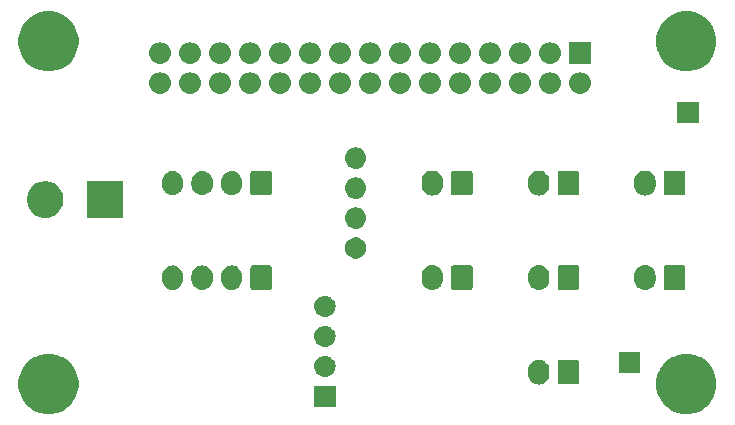
<source format=gbs>
G04 #@! TF.GenerationSoftware,KiCad,Pcbnew,(5.1.0)-1*
G04 #@! TF.CreationDate,2019-10-14T12:16:32+08:00*
G04 #@! TF.ProjectId,RibbonCable_MB_BreakdownBoard,52696262-6f6e-4436-9162-6c655f4d425f,rev?*
G04 #@! TF.SameCoordinates,Original*
G04 #@! TF.FileFunction,Soldermask,Bot*
G04 #@! TF.FilePolarity,Negative*
%FSLAX46Y46*%
G04 Gerber Fmt 4.6, Leading zero omitted, Abs format (unit mm)*
G04 Created by KiCad (PCBNEW (5.1.0)-1) date 2019-10-14 12:16:32*
%MOMM*%
%LPD*%
G04 APERTURE LIST*
%ADD10C,0.150000*%
G04 APERTURE END LIST*
D10*
G36*
X163744098Y-99547033D02*
G01*
X164074906Y-99684058D01*
X164208352Y-99739333D01*
X164626168Y-100018509D01*
X164981491Y-100373832D01*
X165197510Y-100697127D01*
X165260668Y-100791650D01*
X165452967Y-101255902D01*
X165551000Y-101748747D01*
X165551000Y-102251253D01*
X165452967Y-102744098D01*
X165260668Y-103208350D01*
X165260667Y-103208352D01*
X164981491Y-103626168D01*
X164626168Y-103981491D01*
X164208352Y-104260667D01*
X164208351Y-104260668D01*
X164208350Y-104260668D01*
X163744098Y-104452967D01*
X163251253Y-104551000D01*
X162748747Y-104551000D01*
X162255902Y-104452967D01*
X161791650Y-104260668D01*
X161791649Y-104260668D01*
X161791648Y-104260667D01*
X161373832Y-103981491D01*
X161018509Y-103626168D01*
X160739333Y-103208352D01*
X160739332Y-103208350D01*
X160547033Y-102744098D01*
X160449000Y-102251253D01*
X160449000Y-101748747D01*
X160547033Y-101255902D01*
X160739332Y-100791650D01*
X160802490Y-100697127D01*
X161018509Y-100373832D01*
X161373832Y-100018509D01*
X161791648Y-99739333D01*
X161925094Y-99684058D01*
X162255902Y-99547033D01*
X162748747Y-99449000D01*
X163251253Y-99449000D01*
X163744098Y-99547033D01*
X163744098Y-99547033D01*
G37*
G36*
X109744098Y-99547033D02*
G01*
X110074906Y-99684058D01*
X110208352Y-99739333D01*
X110626168Y-100018509D01*
X110981491Y-100373832D01*
X111197510Y-100697127D01*
X111260668Y-100791650D01*
X111452967Y-101255902D01*
X111551000Y-101748747D01*
X111551000Y-102251253D01*
X111452967Y-102744098D01*
X111260668Y-103208350D01*
X111260667Y-103208352D01*
X110981491Y-103626168D01*
X110626168Y-103981491D01*
X110208352Y-104260667D01*
X110208351Y-104260668D01*
X110208350Y-104260668D01*
X109744098Y-104452967D01*
X109251253Y-104551000D01*
X108748747Y-104551000D01*
X108255902Y-104452967D01*
X107791650Y-104260668D01*
X107791649Y-104260668D01*
X107791648Y-104260667D01*
X107373832Y-103981491D01*
X107018509Y-103626168D01*
X106739333Y-103208352D01*
X106739332Y-103208350D01*
X106547033Y-102744098D01*
X106449000Y-102251253D01*
X106449000Y-101748747D01*
X106547033Y-101255902D01*
X106739332Y-100791650D01*
X106802490Y-100697127D01*
X107018509Y-100373832D01*
X107373832Y-100018509D01*
X107791648Y-99739333D01*
X107925094Y-99684058D01*
X108255902Y-99547033D01*
X108748747Y-99449000D01*
X109251253Y-99449000D01*
X109744098Y-99547033D01*
X109744098Y-99547033D01*
G37*
G36*
X133298500Y-103961500D02*
G01*
X131496500Y-103961500D01*
X131496500Y-102159500D01*
X133298500Y-102159500D01*
X133298500Y-103961500D01*
X133298500Y-103961500D01*
G37*
G36*
X150676627Y-99962037D02*
G01*
X150846466Y-100013557D01*
X150846468Y-100013558D01*
X150870899Y-100026617D01*
X151002991Y-100097222D01*
X151038729Y-100126552D01*
X151140186Y-100209814D01*
X151223448Y-100311271D01*
X151252778Y-100347009D01*
X151336443Y-100503534D01*
X151387963Y-100673374D01*
X151401000Y-100805743D01*
X151401000Y-101194258D01*
X151387963Y-101326627D01*
X151336443Y-101496466D01*
X151252778Y-101652991D01*
X151223448Y-101688729D01*
X151140186Y-101790186D01*
X151002989Y-101902779D01*
X150846467Y-101986442D01*
X150846465Y-101986443D01*
X150676626Y-102037963D01*
X150500000Y-102055359D01*
X150323373Y-102037963D01*
X150153534Y-101986443D01*
X149997009Y-101902778D01*
X149954750Y-101868097D01*
X149859814Y-101790186D01*
X149747221Y-101652989D01*
X149663558Y-101496467D01*
X149621234Y-101356943D01*
X149612037Y-101326626D01*
X149599000Y-101194257D01*
X149599000Y-100805742D01*
X149612037Y-100673373D01*
X149663557Y-100503534D01*
X149747222Y-100347009D01*
X149859815Y-100209815D01*
X149997010Y-100097222D01*
X150129102Y-100026617D01*
X150153533Y-100013558D01*
X150153535Y-100013557D01*
X150323374Y-99962037D01*
X150500000Y-99944641D01*
X150676627Y-99962037D01*
X150676627Y-99962037D01*
G37*
G36*
X153758600Y-99952989D02*
G01*
X153791652Y-99963015D01*
X153822103Y-99979292D01*
X153848799Y-100001201D01*
X153870708Y-100027897D01*
X153886985Y-100058348D01*
X153897011Y-100091400D01*
X153901000Y-100131903D01*
X153901000Y-101868097D01*
X153897011Y-101908600D01*
X153886985Y-101941652D01*
X153870708Y-101972103D01*
X153848799Y-101998799D01*
X153822103Y-102020708D01*
X153791652Y-102036985D01*
X153758600Y-102047011D01*
X153718097Y-102051000D01*
X152281903Y-102051000D01*
X152241400Y-102047011D01*
X152208348Y-102036985D01*
X152177897Y-102020708D01*
X152151201Y-101998799D01*
X152129292Y-101972103D01*
X152113015Y-101941652D01*
X152102989Y-101908600D01*
X152099000Y-101868097D01*
X152099000Y-100131903D01*
X152102989Y-100091400D01*
X152113015Y-100058348D01*
X152129292Y-100027897D01*
X152151201Y-100001201D01*
X152177897Y-99979292D01*
X152208348Y-99963015D01*
X152241400Y-99952989D01*
X152281903Y-99949000D01*
X153718097Y-99949000D01*
X153758600Y-99952989D01*
X153758600Y-99952989D01*
G37*
G36*
X132507942Y-99626018D02*
G01*
X132574127Y-99632537D01*
X132743966Y-99684057D01*
X132900491Y-99767722D01*
X132936229Y-99797052D01*
X133037686Y-99880314D01*
X133098233Y-99954092D01*
X133150278Y-100017509D01*
X133233943Y-100174034D01*
X133285463Y-100343873D01*
X133302859Y-100520500D01*
X133285463Y-100697127D01*
X133233943Y-100866966D01*
X133150278Y-101023491D01*
X133120948Y-101059229D01*
X133037686Y-101160686D01*
X132936229Y-101243948D01*
X132900491Y-101273278D01*
X132743966Y-101356943D01*
X132574127Y-101408463D01*
X132507942Y-101414982D01*
X132441760Y-101421500D01*
X132353240Y-101421500D01*
X132287058Y-101414982D01*
X132220873Y-101408463D01*
X132051034Y-101356943D01*
X131894509Y-101273278D01*
X131858771Y-101243948D01*
X131757314Y-101160686D01*
X131674052Y-101059229D01*
X131644722Y-101023491D01*
X131561057Y-100866966D01*
X131509537Y-100697127D01*
X131492141Y-100520500D01*
X131509537Y-100343873D01*
X131561057Y-100174034D01*
X131644722Y-100017509D01*
X131696767Y-99954092D01*
X131757314Y-99880314D01*
X131858771Y-99797052D01*
X131894509Y-99767722D01*
X132051034Y-99684057D01*
X132220873Y-99632537D01*
X132287058Y-99626018D01*
X132353240Y-99619500D01*
X132441760Y-99619500D01*
X132507942Y-99626018D01*
X132507942Y-99626018D01*
G37*
G36*
X159079500Y-101104000D02*
G01*
X157277500Y-101104000D01*
X157277500Y-99302000D01*
X159079500Y-99302000D01*
X159079500Y-101104000D01*
X159079500Y-101104000D01*
G37*
G36*
X132507943Y-97086019D02*
G01*
X132574127Y-97092537D01*
X132743966Y-97144057D01*
X132900491Y-97227722D01*
X132936229Y-97257052D01*
X133037686Y-97340314D01*
X133120948Y-97441771D01*
X133150278Y-97477509D01*
X133233943Y-97634034D01*
X133285463Y-97803873D01*
X133302859Y-97980500D01*
X133285463Y-98157127D01*
X133233943Y-98326966D01*
X133150278Y-98483491D01*
X133120948Y-98519229D01*
X133037686Y-98620686D01*
X132936229Y-98703948D01*
X132900491Y-98733278D01*
X132743966Y-98816943D01*
X132574127Y-98868463D01*
X132507943Y-98874981D01*
X132441760Y-98881500D01*
X132353240Y-98881500D01*
X132287057Y-98874981D01*
X132220873Y-98868463D01*
X132051034Y-98816943D01*
X131894509Y-98733278D01*
X131858771Y-98703948D01*
X131757314Y-98620686D01*
X131674052Y-98519229D01*
X131644722Y-98483491D01*
X131561057Y-98326966D01*
X131509537Y-98157127D01*
X131492141Y-97980500D01*
X131509537Y-97803873D01*
X131561057Y-97634034D01*
X131644722Y-97477509D01*
X131674052Y-97441771D01*
X131757314Y-97340314D01*
X131858771Y-97257052D01*
X131894509Y-97227722D01*
X132051034Y-97144057D01*
X132220873Y-97092537D01*
X132287057Y-97086019D01*
X132353240Y-97079500D01*
X132441760Y-97079500D01*
X132507943Y-97086019D01*
X132507943Y-97086019D01*
G37*
G36*
X132507942Y-94546018D02*
G01*
X132574127Y-94552537D01*
X132743966Y-94604057D01*
X132900491Y-94687722D01*
X132936229Y-94717052D01*
X133037686Y-94800314D01*
X133120948Y-94901771D01*
X133150278Y-94937509D01*
X133233943Y-95094034D01*
X133285463Y-95263873D01*
X133302859Y-95440500D01*
X133285463Y-95617127D01*
X133233943Y-95786966D01*
X133150278Y-95943491D01*
X133120948Y-95979229D01*
X133037686Y-96080686D01*
X132936229Y-96163948D01*
X132900491Y-96193278D01*
X132743966Y-96276943D01*
X132574127Y-96328463D01*
X132507942Y-96334982D01*
X132441760Y-96341500D01*
X132353240Y-96341500D01*
X132287057Y-96334981D01*
X132220873Y-96328463D01*
X132051034Y-96276943D01*
X131894509Y-96193278D01*
X131858771Y-96163948D01*
X131757314Y-96080686D01*
X131674052Y-95979229D01*
X131644722Y-95943491D01*
X131561057Y-95786966D01*
X131509537Y-95617127D01*
X131492141Y-95440500D01*
X131509537Y-95263873D01*
X131561057Y-95094034D01*
X131644722Y-94937509D01*
X131674052Y-94901771D01*
X131757314Y-94800314D01*
X131858771Y-94717052D01*
X131894509Y-94687722D01*
X132051034Y-94604057D01*
X132220873Y-94552537D01*
X132287057Y-94546019D01*
X132353240Y-94539500D01*
X132441760Y-94539500D01*
X132507942Y-94546018D01*
X132507942Y-94546018D01*
G37*
G36*
X159676627Y-91962037D02*
G01*
X159846466Y-92013557D01*
X160002991Y-92097222D01*
X160026359Y-92116400D01*
X160140186Y-92209814D01*
X160223448Y-92311271D01*
X160252778Y-92347009D01*
X160336443Y-92503534D01*
X160387963Y-92673374D01*
X160401000Y-92805743D01*
X160401000Y-93194258D01*
X160387963Y-93326627D01*
X160336443Y-93496466D01*
X160252778Y-93652991D01*
X160223448Y-93688729D01*
X160140186Y-93790186D01*
X160002989Y-93902779D01*
X159870120Y-93973799D01*
X159846465Y-93986443D01*
X159676626Y-94037963D01*
X159500000Y-94055359D01*
X159323373Y-94037963D01*
X159153534Y-93986443D01*
X158997009Y-93902778D01*
X158947822Y-93862411D01*
X158859814Y-93790186D01*
X158747221Y-93652989D01*
X158663558Y-93496467D01*
X158663557Y-93496465D01*
X158612037Y-93326626D01*
X158599000Y-93194257D01*
X158599000Y-92805742D01*
X158612037Y-92673373D01*
X158663557Y-92503534D01*
X158747222Y-92347009D01*
X158859815Y-92209815D01*
X158997010Y-92097222D01*
X159153535Y-92013557D01*
X159323374Y-91962037D01*
X159500000Y-91944641D01*
X159676627Y-91962037D01*
X159676627Y-91962037D01*
G37*
G36*
X141676627Y-91962037D02*
G01*
X141846466Y-92013557D01*
X142002991Y-92097222D01*
X142026359Y-92116400D01*
X142140186Y-92209814D01*
X142223448Y-92311271D01*
X142252778Y-92347009D01*
X142336443Y-92503534D01*
X142387963Y-92673374D01*
X142401000Y-92805743D01*
X142401000Y-93194258D01*
X142387963Y-93326627D01*
X142336443Y-93496466D01*
X142252778Y-93652991D01*
X142223448Y-93688729D01*
X142140186Y-93790186D01*
X142002989Y-93902779D01*
X141870120Y-93973799D01*
X141846465Y-93986443D01*
X141676626Y-94037963D01*
X141500000Y-94055359D01*
X141323373Y-94037963D01*
X141153534Y-93986443D01*
X140997009Y-93902778D01*
X140947822Y-93862411D01*
X140859814Y-93790186D01*
X140747221Y-93652989D01*
X140663558Y-93496467D01*
X140663557Y-93496465D01*
X140612037Y-93326626D01*
X140599000Y-93194257D01*
X140599000Y-92805742D01*
X140612037Y-92673373D01*
X140663557Y-92503534D01*
X140747222Y-92347009D01*
X140859815Y-92209815D01*
X140997010Y-92097222D01*
X141153535Y-92013557D01*
X141323374Y-91962037D01*
X141500000Y-91944641D01*
X141676627Y-91962037D01*
X141676627Y-91962037D01*
G37*
G36*
X150676627Y-91962037D02*
G01*
X150846466Y-92013557D01*
X151002991Y-92097222D01*
X151026359Y-92116400D01*
X151140186Y-92209814D01*
X151223448Y-92311271D01*
X151252778Y-92347009D01*
X151336443Y-92503534D01*
X151387963Y-92673374D01*
X151401000Y-92805743D01*
X151401000Y-93194258D01*
X151387963Y-93326627D01*
X151336443Y-93496466D01*
X151252778Y-93652991D01*
X151223448Y-93688729D01*
X151140186Y-93790186D01*
X151002989Y-93902779D01*
X150870120Y-93973799D01*
X150846465Y-93986443D01*
X150676626Y-94037963D01*
X150500000Y-94055359D01*
X150323373Y-94037963D01*
X150153534Y-93986443D01*
X149997009Y-93902778D01*
X149947822Y-93862411D01*
X149859814Y-93790186D01*
X149747221Y-93652989D01*
X149663558Y-93496467D01*
X149663557Y-93496465D01*
X149612037Y-93326626D01*
X149599000Y-93194257D01*
X149599000Y-92805742D01*
X149612037Y-92673373D01*
X149663557Y-92503534D01*
X149747222Y-92347009D01*
X149859815Y-92209815D01*
X149997010Y-92097222D01*
X150153535Y-92013557D01*
X150323374Y-91962037D01*
X150500000Y-91944641D01*
X150676627Y-91962037D01*
X150676627Y-91962037D01*
G37*
G36*
X144758600Y-91952989D02*
G01*
X144791652Y-91963015D01*
X144822103Y-91979292D01*
X144848799Y-92001201D01*
X144870708Y-92027897D01*
X144886985Y-92058348D01*
X144897011Y-92091400D01*
X144901000Y-92131903D01*
X144901000Y-93868097D01*
X144897011Y-93908600D01*
X144886985Y-93941652D01*
X144870708Y-93972103D01*
X144848799Y-93998799D01*
X144822103Y-94020708D01*
X144791652Y-94036985D01*
X144758600Y-94047011D01*
X144718097Y-94051000D01*
X143281903Y-94051000D01*
X143241400Y-94047011D01*
X143208348Y-94036985D01*
X143177897Y-94020708D01*
X143151201Y-93998799D01*
X143129292Y-93972103D01*
X143113015Y-93941652D01*
X143102989Y-93908600D01*
X143099000Y-93868097D01*
X143099000Y-92131903D01*
X143102989Y-92091400D01*
X143113015Y-92058348D01*
X143129292Y-92027897D01*
X143151201Y-92001201D01*
X143177897Y-91979292D01*
X143208348Y-91963015D01*
X143241400Y-91952989D01*
X143281903Y-91949000D01*
X144718097Y-91949000D01*
X144758600Y-91952989D01*
X144758600Y-91952989D01*
G37*
G36*
X153758600Y-91952989D02*
G01*
X153791652Y-91963015D01*
X153822103Y-91979292D01*
X153848799Y-92001201D01*
X153870708Y-92027897D01*
X153886985Y-92058348D01*
X153897011Y-92091400D01*
X153901000Y-92131903D01*
X153901000Y-93868097D01*
X153897011Y-93908600D01*
X153886985Y-93941652D01*
X153870708Y-93972103D01*
X153848799Y-93998799D01*
X153822103Y-94020708D01*
X153791652Y-94036985D01*
X153758600Y-94047011D01*
X153718097Y-94051000D01*
X152281903Y-94051000D01*
X152241400Y-94047011D01*
X152208348Y-94036985D01*
X152177897Y-94020708D01*
X152151201Y-93998799D01*
X152129292Y-93972103D01*
X152113015Y-93941652D01*
X152102989Y-93908600D01*
X152099000Y-93868097D01*
X152099000Y-92131903D01*
X152102989Y-92091400D01*
X152113015Y-92058348D01*
X152129292Y-92027897D01*
X152151201Y-92001201D01*
X152177897Y-91979292D01*
X152208348Y-91963015D01*
X152241400Y-91952989D01*
X152281903Y-91949000D01*
X153718097Y-91949000D01*
X153758600Y-91952989D01*
X153758600Y-91952989D01*
G37*
G36*
X162758600Y-91952989D02*
G01*
X162791652Y-91963015D01*
X162822103Y-91979292D01*
X162848799Y-92001201D01*
X162870708Y-92027897D01*
X162886985Y-92058348D01*
X162897011Y-92091400D01*
X162901000Y-92131903D01*
X162901000Y-93868097D01*
X162897011Y-93908600D01*
X162886985Y-93941652D01*
X162870708Y-93972103D01*
X162848799Y-93998799D01*
X162822103Y-94020708D01*
X162791652Y-94036985D01*
X162758600Y-94047011D01*
X162718097Y-94051000D01*
X161281903Y-94051000D01*
X161241400Y-94047011D01*
X161208348Y-94036985D01*
X161177897Y-94020708D01*
X161151201Y-93998799D01*
X161129292Y-93972103D01*
X161113015Y-93941652D01*
X161102989Y-93908600D01*
X161099000Y-93868097D01*
X161099000Y-92131903D01*
X161102989Y-92091400D01*
X161113015Y-92058348D01*
X161129292Y-92027897D01*
X161151201Y-92001201D01*
X161177897Y-91979292D01*
X161208348Y-91963015D01*
X161241400Y-91952989D01*
X161281903Y-91949000D01*
X162718097Y-91949000D01*
X162758600Y-91952989D01*
X162758600Y-91952989D01*
G37*
G36*
X122176627Y-91987037D02*
G01*
X122346466Y-92038557D01*
X122502991Y-92122222D01*
X122538729Y-92151552D01*
X122640186Y-92234814D01*
X122723448Y-92336271D01*
X122752778Y-92372009D01*
X122836443Y-92528534D01*
X122887963Y-92698374D01*
X122887963Y-92698376D01*
X122898538Y-92805740D01*
X122901000Y-92830743D01*
X122901000Y-93169258D01*
X122887963Y-93301627D01*
X122836443Y-93471466D01*
X122752778Y-93627991D01*
X122732262Y-93652990D01*
X122640186Y-93765186D01*
X122502989Y-93877779D01*
X122346467Y-93961442D01*
X122346465Y-93961443D01*
X122176626Y-94012963D01*
X122000000Y-94030359D01*
X121823373Y-94012963D01*
X121653534Y-93961443D01*
X121497009Y-93877778D01*
X121448173Y-93837699D01*
X121359814Y-93765186D01*
X121247221Y-93627989D01*
X121163558Y-93471467D01*
X121163557Y-93471465D01*
X121112037Y-93301626D01*
X121105518Y-93235441D01*
X121099000Y-93169259D01*
X121099000Y-92830740D01*
X121112037Y-92698375D01*
X121112037Y-92698373D01*
X121163557Y-92528534D01*
X121247222Y-92372009D01*
X121359815Y-92234815D01*
X121497010Y-92122222D01*
X121653535Y-92038557D01*
X121823374Y-91987037D01*
X122000000Y-91969641D01*
X122176627Y-91987037D01*
X122176627Y-91987037D01*
G37*
G36*
X119676627Y-91987037D02*
G01*
X119846466Y-92038557D01*
X120002991Y-92122222D01*
X120038729Y-92151552D01*
X120140186Y-92234814D01*
X120223448Y-92336271D01*
X120252778Y-92372009D01*
X120336443Y-92528534D01*
X120387963Y-92698374D01*
X120387963Y-92698376D01*
X120398538Y-92805740D01*
X120401000Y-92830743D01*
X120401000Y-93169258D01*
X120387963Y-93301627D01*
X120336443Y-93471466D01*
X120252778Y-93627991D01*
X120232262Y-93652990D01*
X120140186Y-93765186D01*
X120002989Y-93877779D01*
X119846467Y-93961442D01*
X119846465Y-93961443D01*
X119676626Y-94012963D01*
X119500000Y-94030359D01*
X119323373Y-94012963D01*
X119153534Y-93961443D01*
X118997009Y-93877778D01*
X118948173Y-93837699D01*
X118859814Y-93765186D01*
X118747221Y-93627989D01*
X118663558Y-93471467D01*
X118663557Y-93471465D01*
X118612037Y-93301626D01*
X118605518Y-93235441D01*
X118599000Y-93169259D01*
X118599000Y-92830740D01*
X118612037Y-92698375D01*
X118612037Y-92698373D01*
X118663557Y-92528534D01*
X118747222Y-92372009D01*
X118859815Y-92234815D01*
X118997010Y-92122222D01*
X119153535Y-92038557D01*
X119323374Y-91987037D01*
X119500000Y-91969641D01*
X119676627Y-91987037D01*
X119676627Y-91987037D01*
G37*
G36*
X124676627Y-91987037D02*
G01*
X124846466Y-92038557D01*
X125002991Y-92122222D01*
X125038729Y-92151552D01*
X125140186Y-92234814D01*
X125223448Y-92336271D01*
X125252778Y-92372009D01*
X125336443Y-92528534D01*
X125387963Y-92698374D01*
X125387963Y-92698376D01*
X125398538Y-92805740D01*
X125401000Y-92830743D01*
X125401000Y-93169258D01*
X125387963Y-93301627D01*
X125336443Y-93471466D01*
X125252778Y-93627991D01*
X125232262Y-93652990D01*
X125140186Y-93765186D01*
X125002989Y-93877779D01*
X124846467Y-93961442D01*
X124846465Y-93961443D01*
X124676626Y-94012963D01*
X124500000Y-94030359D01*
X124323373Y-94012963D01*
X124153534Y-93961443D01*
X123997009Y-93877778D01*
X123948173Y-93837699D01*
X123859814Y-93765186D01*
X123747221Y-93627989D01*
X123663558Y-93471467D01*
X123663557Y-93471465D01*
X123612037Y-93301626D01*
X123605518Y-93235441D01*
X123599000Y-93169259D01*
X123599000Y-92830740D01*
X123612037Y-92698375D01*
X123612037Y-92698373D01*
X123663557Y-92528534D01*
X123747222Y-92372009D01*
X123859815Y-92234815D01*
X123997010Y-92122222D01*
X124153535Y-92038557D01*
X124323374Y-91987037D01*
X124500000Y-91969641D01*
X124676627Y-91987037D01*
X124676627Y-91987037D01*
G37*
G36*
X127758600Y-91977989D02*
G01*
X127791652Y-91988015D01*
X127822103Y-92004292D01*
X127848799Y-92026201D01*
X127870708Y-92052897D01*
X127886985Y-92083348D01*
X127897011Y-92116400D01*
X127901000Y-92156903D01*
X127901000Y-93843097D01*
X127897011Y-93883600D01*
X127886985Y-93916652D01*
X127870708Y-93947103D01*
X127848799Y-93973799D01*
X127822103Y-93995708D01*
X127791652Y-94011985D01*
X127758600Y-94022011D01*
X127718097Y-94026000D01*
X126281903Y-94026000D01*
X126241400Y-94022011D01*
X126208348Y-94011985D01*
X126177897Y-93995708D01*
X126151201Y-93973799D01*
X126129292Y-93947103D01*
X126113015Y-93916652D01*
X126102989Y-93883600D01*
X126099000Y-93843097D01*
X126099000Y-92156903D01*
X126102989Y-92116400D01*
X126113015Y-92083348D01*
X126129292Y-92052897D01*
X126151201Y-92026201D01*
X126177897Y-92004292D01*
X126208348Y-91988015D01*
X126241400Y-91977989D01*
X126281903Y-91974000D01*
X127718097Y-91974000D01*
X127758600Y-91977989D01*
X127758600Y-91977989D01*
G37*
G36*
X135113512Y-89603927D02*
G01*
X135262812Y-89633624D01*
X135426784Y-89701544D01*
X135574354Y-89800147D01*
X135699853Y-89925646D01*
X135798456Y-90073216D01*
X135866376Y-90237188D01*
X135901000Y-90411259D01*
X135901000Y-90588741D01*
X135866376Y-90762812D01*
X135798456Y-90926784D01*
X135699853Y-91074354D01*
X135574354Y-91199853D01*
X135426784Y-91298456D01*
X135262812Y-91366376D01*
X135113512Y-91396073D01*
X135088742Y-91401000D01*
X134911258Y-91401000D01*
X134886488Y-91396073D01*
X134737188Y-91366376D01*
X134573216Y-91298456D01*
X134425646Y-91199853D01*
X134300147Y-91074354D01*
X134201544Y-90926784D01*
X134133624Y-90762812D01*
X134099000Y-90588741D01*
X134099000Y-90411259D01*
X134133624Y-90237188D01*
X134201544Y-90073216D01*
X134300147Y-89925646D01*
X134425646Y-89800147D01*
X134573216Y-89701544D01*
X134737188Y-89633624D01*
X134886488Y-89603927D01*
X134911258Y-89599000D01*
X135088742Y-89599000D01*
X135113512Y-89603927D01*
X135113512Y-89603927D01*
G37*
G36*
X135110443Y-87065519D02*
G01*
X135176627Y-87072037D01*
X135346466Y-87123557D01*
X135502991Y-87207222D01*
X135538729Y-87236552D01*
X135640186Y-87319814D01*
X135723448Y-87421271D01*
X135752778Y-87457009D01*
X135752779Y-87457011D01*
X135831743Y-87604740D01*
X135836443Y-87613534D01*
X135887963Y-87783373D01*
X135905359Y-87960000D01*
X135887963Y-88136627D01*
X135836443Y-88306466D01*
X135752778Y-88462991D01*
X135723448Y-88498729D01*
X135640186Y-88600186D01*
X135538729Y-88683448D01*
X135502991Y-88712778D01*
X135346466Y-88796443D01*
X135176627Y-88847963D01*
X135110442Y-88854482D01*
X135044260Y-88861000D01*
X134955740Y-88861000D01*
X134889558Y-88854482D01*
X134823373Y-88847963D01*
X134653534Y-88796443D01*
X134497009Y-88712778D01*
X134461271Y-88683448D01*
X134359814Y-88600186D01*
X134276552Y-88498729D01*
X134247222Y-88462991D01*
X134163557Y-88306466D01*
X134112037Y-88136627D01*
X134094641Y-87960000D01*
X134112037Y-87783373D01*
X134163557Y-87613534D01*
X134168258Y-87604740D01*
X134247221Y-87457011D01*
X134247222Y-87457009D01*
X134276552Y-87421271D01*
X134359814Y-87319814D01*
X134461271Y-87236552D01*
X134497009Y-87207222D01*
X134653534Y-87123557D01*
X134823373Y-87072037D01*
X134889557Y-87065519D01*
X134955740Y-87059000D01*
X135044260Y-87059000D01*
X135110443Y-87065519D01*
X135110443Y-87065519D01*
G37*
G36*
X115343000Y-87951000D02*
G01*
X112241000Y-87951000D01*
X112241000Y-84849000D01*
X115343000Y-84849000D01*
X115343000Y-87951000D01*
X115343000Y-87951000D01*
G37*
G36*
X109014585Y-84878802D02*
G01*
X109164410Y-84908604D01*
X109446674Y-85025521D01*
X109700705Y-85195259D01*
X109916741Y-85411295D01*
X110086479Y-85665326D01*
X110203396Y-85947590D01*
X110263000Y-86247240D01*
X110263000Y-86552760D01*
X110203396Y-86852410D01*
X110086479Y-87134674D01*
X109916741Y-87388705D01*
X109700705Y-87604741D01*
X109446674Y-87774479D01*
X109164410Y-87891396D01*
X109014585Y-87921198D01*
X108864761Y-87951000D01*
X108559239Y-87951000D01*
X108409415Y-87921198D01*
X108259590Y-87891396D01*
X107977326Y-87774479D01*
X107723295Y-87604741D01*
X107507259Y-87388705D01*
X107337521Y-87134674D01*
X107220604Y-86852410D01*
X107161000Y-86552760D01*
X107161000Y-86247240D01*
X107220604Y-85947590D01*
X107337521Y-85665326D01*
X107507259Y-85411295D01*
X107723295Y-85195259D01*
X107977326Y-85025521D01*
X108259590Y-84908604D01*
X108409415Y-84878802D01*
X108559239Y-84849000D01*
X108864761Y-84849000D01*
X109014585Y-84878802D01*
X109014585Y-84878802D01*
G37*
G36*
X135110442Y-84525518D02*
G01*
X135176627Y-84532037D01*
X135346466Y-84583557D01*
X135502991Y-84667222D01*
X135538729Y-84696552D01*
X135640186Y-84779814D01*
X135723448Y-84881271D01*
X135752778Y-84917009D01*
X135836443Y-85073534D01*
X135887963Y-85243373D01*
X135905359Y-85420000D01*
X135887963Y-85596627D01*
X135836443Y-85766466D01*
X135752778Y-85922991D01*
X135732590Y-85947590D01*
X135640186Y-86060186D01*
X135538729Y-86143448D01*
X135502991Y-86172778D01*
X135502989Y-86172779D01*
X135363684Y-86247240D01*
X135346466Y-86256443D01*
X135176627Y-86307963D01*
X135110443Y-86314481D01*
X135044260Y-86321000D01*
X134955740Y-86321000D01*
X134889557Y-86314481D01*
X134823373Y-86307963D01*
X134653534Y-86256443D01*
X134636317Y-86247240D01*
X134497011Y-86172779D01*
X134497009Y-86172778D01*
X134461271Y-86143448D01*
X134359814Y-86060186D01*
X134267410Y-85947590D01*
X134247222Y-85922991D01*
X134163557Y-85766466D01*
X134112037Y-85596627D01*
X134094641Y-85420000D01*
X134112037Y-85243373D01*
X134163557Y-85073534D01*
X134247222Y-84917009D01*
X134276552Y-84881271D01*
X134359814Y-84779814D01*
X134461271Y-84696552D01*
X134497009Y-84667222D01*
X134653534Y-84583557D01*
X134823373Y-84532037D01*
X134889558Y-84525518D01*
X134955740Y-84519000D01*
X135044260Y-84519000D01*
X135110442Y-84525518D01*
X135110442Y-84525518D01*
G37*
G36*
X150676627Y-83962037D02*
G01*
X150846466Y-84013557D01*
X151002991Y-84097222D01*
X151026359Y-84116400D01*
X151140186Y-84209814D01*
X151223448Y-84311271D01*
X151252778Y-84347009D01*
X151336443Y-84503534D01*
X151387963Y-84673374D01*
X151387963Y-84673376D01*
X151401000Y-84805741D01*
X151401000Y-85194260D01*
X151394481Y-85260443D01*
X151387963Y-85326627D01*
X151336443Y-85496466D01*
X151252778Y-85652991D01*
X151242653Y-85665328D01*
X151140186Y-85790186D01*
X151002989Y-85902779D01*
X150870120Y-85973799D01*
X150846465Y-85986443D01*
X150676626Y-86037963D01*
X150500000Y-86055359D01*
X150323373Y-86037963D01*
X150153534Y-85986443D01*
X149997009Y-85902778D01*
X149947822Y-85862411D01*
X149859814Y-85790186D01*
X149747221Y-85652989D01*
X149663558Y-85496467D01*
X149663557Y-85496465D01*
X149612037Y-85326626D01*
X149599099Y-85195260D01*
X149599000Y-85194259D01*
X149599000Y-84805740D01*
X149605519Y-84739557D01*
X149612037Y-84673373D01*
X149663557Y-84503534D01*
X149747222Y-84347009D01*
X149859815Y-84209815D01*
X149997010Y-84097222D01*
X150153535Y-84013557D01*
X150323374Y-83962037D01*
X150500000Y-83944641D01*
X150676627Y-83962037D01*
X150676627Y-83962037D01*
G37*
G36*
X141676627Y-83962037D02*
G01*
X141846466Y-84013557D01*
X142002991Y-84097222D01*
X142026359Y-84116400D01*
X142140186Y-84209814D01*
X142223448Y-84311271D01*
X142252778Y-84347009D01*
X142336443Y-84503534D01*
X142387963Y-84673374D01*
X142387963Y-84673376D01*
X142401000Y-84805741D01*
X142401000Y-85194260D01*
X142394481Y-85260443D01*
X142387963Y-85326627D01*
X142336443Y-85496466D01*
X142252778Y-85652991D01*
X142242653Y-85665328D01*
X142140186Y-85790186D01*
X142002989Y-85902779D01*
X141870120Y-85973799D01*
X141846465Y-85986443D01*
X141676626Y-86037963D01*
X141500000Y-86055359D01*
X141323373Y-86037963D01*
X141153534Y-85986443D01*
X140997009Y-85902778D01*
X140947822Y-85862411D01*
X140859814Y-85790186D01*
X140747221Y-85652989D01*
X140663558Y-85496467D01*
X140663557Y-85496465D01*
X140612037Y-85326626D01*
X140599099Y-85195260D01*
X140599000Y-85194259D01*
X140599000Y-84805740D01*
X140605519Y-84739557D01*
X140612037Y-84673373D01*
X140663557Y-84503534D01*
X140747222Y-84347009D01*
X140859815Y-84209815D01*
X140997010Y-84097222D01*
X141153535Y-84013557D01*
X141323374Y-83962037D01*
X141500000Y-83944641D01*
X141676627Y-83962037D01*
X141676627Y-83962037D01*
G37*
G36*
X159676627Y-83962037D02*
G01*
X159846466Y-84013557D01*
X160002991Y-84097222D01*
X160026359Y-84116400D01*
X160140186Y-84209814D01*
X160223448Y-84311271D01*
X160252778Y-84347009D01*
X160336443Y-84503534D01*
X160387963Y-84673374D01*
X160387963Y-84673376D01*
X160401000Y-84805741D01*
X160401000Y-85194260D01*
X160394481Y-85260443D01*
X160387963Y-85326627D01*
X160336443Y-85496466D01*
X160252778Y-85652991D01*
X160242653Y-85665328D01*
X160140186Y-85790186D01*
X160002989Y-85902779D01*
X159870120Y-85973799D01*
X159846465Y-85986443D01*
X159676626Y-86037963D01*
X159500000Y-86055359D01*
X159323373Y-86037963D01*
X159153534Y-85986443D01*
X158997009Y-85902778D01*
X158947822Y-85862411D01*
X158859814Y-85790186D01*
X158747221Y-85652989D01*
X158663558Y-85496467D01*
X158663557Y-85496465D01*
X158612037Y-85326626D01*
X158599099Y-85195260D01*
X158599000Y-85194259D01*
X158599000Y-84805740D01*
X158605519Y-84739557D01*
X158612037Y-84673373D01*
X158663557Y-84503534D01*
X158747222Y-84347009D01*
X158859815Y-84209815D01*
X158997010Y-84097222D01*
X159153535Y-84013557D01*
X159323374Y-83962037D01*
X159500000Y-83944641D01*
X159676627Y-83962037D01*
X159676627Y-83962037D01*
G37*
G36*
X162758600Y-83952989D02*
G01*
X162791652Y-83963015D01*
X162822103Y-83979292D01*
X162848799Y-84001201D01*
X162870708Y-84027897D01*
X162886985Y-84058348D01*
X162897011Y-84091400D01*
X162901000Y-84131903D01*
X162901000Y-85868097D01*
X162897011Y-85908600D01*
X162886985Y-85941652D01*
X162870708Y-85972103D01*
X162848799Y-85998799D01*
X162822103Y-86020708D01*
X162791652Y-86036985D01*
X162758600Y-86047011D01*
X162718097Y-86051000D01*
X161281903Y-86051000D01*
X161241400Y-86047011D01*
X161208348Y-86036985D01*
X161177897Y-86020708D01*
X161151201Y-85998799D01*
X161129292Y-85972103D01*
X161113015Y-85941652D01*
X161102989Y-85908600D01*
X161099000Y-85868097D01*
X161099000Y-84131903D01*
X161102989Y-84091400D01*
X161113015Y-84058348D01*
X161129292Y-84027897D01*
X161151201Y-84001201D01*
X161177897Y-83979292D01*
X161208348Y-83963015D01*
X161241400Y-83952989D01*
X161281903Y-83949000D01*
X162718097Y-83949000D01*
X162758600Y-83952989D01*
X162758600Y-83952989D01*
G37*
G36*
X153758600Y-83952989D02*
G01*
X153791652Y-83963015D01*
X153822103Y-83979292D01*
X153848799Y-84001201D01*
X153870708Y-84027897D01*
X153886985Y-84058348D01*
X153897011Y-84091400D01*
X153901000Y-84131903D01*
X153901000Y-85868097D01*
X153897011Y-85908600D01*
X153886985Y-85941652D01*
X153870708Y-85972103D01*
X153848799Y-85998799D01*
X153822103Y-86020708D01*
X153791652Y-86036985D01*
X153758600Y-86047011D01*
X153718097Y-86051000D01*
X152281903Y-86051000D01*
X152241400Y-86047011D01*
X152208348Y-86036985D01*
X152177897Y-86020708D01*
X152151201Y-85998799D01*
X152129292Y-85972103D01*
X152113015Y-85941652D01*
X152102989Y-85908600D01*
X152099000Y-85868097D01*
X152099000Y-84131903D01*
X152102989Y-84091400D01*
X152113015Y-84058348D01*
X152129292Y-84027897D01*
X152151201Y-84001201D01*
X152177897Y-83979292D01*
X152208348Y-83963015D01*
X152241400Y-83952989D01*
X152281903Y-83949000D01*
X153718097Y-83949000D01*
X153758600Y-83952989D01*
X153758600Y-83952989D01*
G37*
G36*
X144758600Y-83952989D02*
G01*
X144791652Y-83963015D01*
X144822103Y-83979292D01*
X144848799Y-84001201D01*
X144870708Y-84027897D01*
X144886985Y-84058348D01*
X144897011Y-84091400D01*
X144901000Y-84131903D01*
X144901000Y-85868097D01*
X144897011Y-85908600D01*
X144886985Y-85941652D01*
X144870708Y-85972103D01*
X144848799Y-85998799D01*
X144822103Y-86020708D01*
X144791652Y-86036985D01*
X144758600Y-86047011D01*
X144718097Y-86051000D01*
X143281903Y-86051000D01*
X143241400Y-86047011D01*
X143208348Y-86036985D01*
X143177897Y-86020708D01*
X143151201Y-85998799D01*
X143129292Y-85972103D01*
X143113015Y-85941652D01*
X143102989Y-85908600D01*
X143099000Y-85868097D01*
X143099000Y-84131903D01*
X143102989Y-84091400D01*
X143113015Y-84058348D01*
X143129292Y-84027897D01*
X143151201Y-84001201D01*
X143177897Y-83979292D01*
X143208348Y-83963015D01*
X143241400Y-83952989D01*
X143281903Y-83949000D01*
X144718097Y-83949000D01*
X144758600Y-83952989D01*
X144758600Y-83952989D01*
G37*
G36*
X122176627Y-83987037D02*
G01*
X122346466Y-84038557D01*
X122502991Y-84122222D01*
X122538729Y-84151552D01*
X122640186Y-84234814D01*
X122723448Y-84336271D01*
X122752778Y-84372009D01*
X122836443Y-84528534D01*
X122887963Y-84698374D01*
X122887963Y-84698376D01*
X122898538Y-84805740D01*
X122901000Y-84830743D01*
X122901000Y-85169258D01*
X122887963Y-85301627D01*
X122836443Y-85471466D01*
X122752778Y-85627991D01*
X122732262Y-85652990D01*
X122640186Y-85765186D01*
X122502989Y-85877779D01*
X122346467Y-85961442D01*
X122346465Y-85961443D01*
X122176626Y-86012963D01*
X122000000Y-86030359D01*
X121823373Y-86012963D01*
X121653534Y-85961443D01*
X121497009Y-85877778D01*
X121448173Y-85837699D01*
X121359814Y-85765186D01*
X121247221Y-85627989D01*
X121163558Y-85471467D01*
X121163557Y-85471465D01*
X121112037Y-85301626D01*
X121101561Y-85195259D01*
X121099000Y-85169259D01*
X121099000Y-84830740D01*
X121112037Y-84698375D01*
X121112037Y-84698373D01*
X121163557Y-84528534D01*
X121247222Y-84372009D01*
X121359815Y-84234815D01*
X121497010Y-84122222D01*
X121653535Y-84038557D01*
X121823374Y-83987037D01*
X122000000Y-83969641D01*
X122176627Y-83987037D01*
X122176627Y-83987037D01*
G37*
G36*
X119676627Y-83987037D02*
G01*
X119846466Y-84038557D01*
X120002991Y-84122222D01*
X120038729Y-84151552D01*
X120140186Y-84234814D01*
X120223448Y-84336271D01*
X120252778Y-84372009D01*
X120336443Y-84528534D01*
X120387963Y-84698374D01*
X120387963Y-84698376D01*
X120398538Y-84805740D01*
X120401000Y-84830743D01*
X120401000Y-85169258D01*
X120387963Y-85301627D01*
X120336443Y-85471466D01*
X120252778Y-85627991D01*
X120232262Y-85652990D01*
X120140186Y-85765186D01*
X120002989Y-85877779D01*
X119846467Y-85961442D01*
X119846465Y-85961443D01*
X119676626Y-86012963D01*
X119500000Y-86030359D01*
X119323373Y-86012963D01*
X119153534Y-85961443D01*
X118997009Y-85877778D01*
X118948173Y-85837699D01*
X118859814Y-85765186D01*
X118747221Y-85627989D01*
X118663558Y-85471467D01*
X118663557Y-85471465D01*
X118612037Y-85301626D01*
X118601561Y-85195259D01*
X118599000Y-85169259D01*
X118599000Y-84830740D01*
X118612037Y-84698375D01*
X118612037Y-84698373D01*
X118663557Y-84528534D01*
X118747222Y-84372009D01*
X118859815Y-84234815D01*
X118997010Y-84122222D01*
X119153535Y-84038557D01*
X119323374Y-83987037D01*
X119500000Y-83969641D01*
X119676627Y-83987037D01*
X119676627Y-83987037D01*
G37*
G36*
X124676627Y-83987037D02*
G01*
X124846466Y-84038557D01*
X125002991Y-84122222D01*
X125038729Y-84151552D01*
X125140186Y-84234814D01*
X125223448Y-84336271D01*
X125252778Y-84372009D01*
X125336443Y-84528534D01*
X125387963Y-84698374D01*
X125387963Y-84698376D01*
X125398538Y-84805740D01*
X125401000Y-84830743D01*
X125401000Y-85169258D01*
X125387963Y-85301627D01*
X125336443Y-85471466D01*
X125252778Y-85627991D01*
X125232262Y-85652990D01*
X125140186Y-85765186D01*
X125002989Y-85877779D01*
X124846467Y-85961442D01*
X124846465Y-85961443D01*
X124676626Y-86012963D01*
X124500000Y-86030359D01*
X124323373Y-86012963D01*
X124153534Y-85961443D01*
X123997009Y-85877778D01*
X123948173Y-85837699D01*
X123859814Y-85765186D01*
X123747221Y-85627989D01*
X123663558Y-85471467D01*
X123663557Y-85471465D01*
X123612037Y-85301626D01*
X123601561Y-85195259D01*
X123599000Y-85169259D01*
X123599000Y-84830740D01*
X123612037Y-84698375D01*
X123612037Y-84698373D01*
X123663557Y-84528534D01*
X123747222Y-84372009D01*
X123859815Y-84234815D01*
X123997010Y-84122222D01*
X124153535Y-84038557D01*
X124323374Y-83987037D01*
X124500000Y-83969641D01*
X124676627Y-83987037D01*
X124676627Y-83987037D01*
G37*
G36*
X127758600Y-83977989D02*
G01*
X127791652Y-83988015D01*
X127822103Y-84004292D01*
X127848799Y-84026201D01*
X127870708Y-84052897D01*
X127886985Y-84083348D01*
X127897011Y-84116400D01*
X127901000Y-84156903D01*
X127901000Y-85843097D01*
X127897011Y-85883600D01*
X127886985Y-85916652D01*
X127870708Y-85947103D01*
X127848799Y-85973799D01*
X127822103Y-85995708D01*
X127791652Y-86011985D01*
X127758600Y-86022011D01*
X127718097Y-86026000D01*
X126281903Y-86026000D01*
X126241400Y-86022011D01*
X126208348Y-86011985D01*
X126177897Y-85995708D01*
X126151201Y-85973799D01*
X126129292Y-85947103D01*
X126113015Y-85916652D01*
X126102989Y-85883600D01*
X126099000Y-85843097D01*
X126099000Y-84156903D01*
X126102989Y-84116400D01*
X126113015Y-84083348D01*
X126129292Y-84052897D01*
X126151201Y-84026201D01*
X126177897Y-84004292D01*
X126208348Y-83988015D01*
X126241400Y-83977989D01*
X126281903Y-83974000D01*
X127718097Y-83974000D01*
X127758600Y-83977989D01*
X127758600Y-83977989D01*
G37*
G36*
X135110443Y-81985519D02*
G01*
X135176627Y-81992037D01*
X135346466Y-82043557D01*
X135502991Y-82127222D01*
X135538729Y-82156552D01*
X135640186Y-82239814D01*
X135723448Y-82341271D01*
X135752778Y-82377009D01*
X135836443Y-82533534D01*
X135887963Y-82703373D01*
X135905359Y-82880000D01*
X135887963Y-83056627D01*
X135836443Y-83226466D01*
X135752778Y-83382991D01*
X135723448Y-83418729D01*
X135640186Y-83520186D01*
X135538729Y-83603448D01*
X135502991Y-83632778D01*
X135346466Y-83716443D01*
X135176627Y-83767963D01*
X135110442Y-83774482D01*
X135044260Y-83781000D01*
X134955740Y-83781000D01*
X134889558Y-83774482D01*
X134823373Y-83767963D01*
X134653534Y-83716443D01*
X134497009Y-83632778D01*
X134461271Y-83603448D01*
X134359814Y-83520186D01*
X134276552Y-83418729D01*
X134247222Y-83382991D01*
X134163557Y-83226466D01*
X134112037Y-83056627D01*
X134094641Y-82880000D01*
X134112037Y-82703373D01*
X134163557Y-82533534D01*
X134247222Y-82377009D01*
X134276552Y-82341271D01*
X134359814Y-82239814D01*
X134461271Y-82156552D01*
X134497009Y-82127222D01*
X134653534Y-82043557D01*
X134823373Y-81992037D01*
X134889557Y-81985519D01*
X134955740Y-81979000D01*
X135044260Y-81979000D01*
X135110443Y-81985519D01*
X135110443Y-81985519D01*
G37*
G36*
X164051000Y-79901000D02*
G01*
X162249000Y-79901000D01*
X162249000Y-78099000D01*
X164051000Y-78099000D01*
X164051000Y-79901000D01*
X164051000Y-79901000D01*
G37*
G36*
X123699294Y-75638633D02*
G01*
X123871695Y-75690931D01*
X124030583Y-75775858D01*
X124169849Y-75890151D01*
X124284142Y-76029417D01*
X124369069Y-76188305D01*
X124421367Y-76360706D01*
X124439025Y-76540000D01*
X124421367Y-76719294D01*
X124369069Y-76891695D01*
X124284142Y-77050583D01*
X124169849Y-77189849D01*
X124030583Y-77304142D01*
X123871695Y-77389069D01*
X123699294Y-77441367D01*
X123564931Y-77454600D01*
X123475069Y-77454600D01*
X123340706Y-77441367D01*
X123168305Y-77389069D01*
X123009417Y-77304142D01*
X122870151Y-77189849D01*
X122755858Y-77050583D01*
X122670931Y-76891695D01*
X122618633Y-76719294D01*
X122600975Y-76540000D01*
X122618633Y-76360706D01*
X122670931Y-76188305D01*
X122755858Y-76029417D01*
X122870151Y-75890151D01*
X123009417Y-75775858D01*
X123168305Y-75690931D01*
X123340706Y-75638633D01*
X123475069Y-75625400D01*
X123564931Y-75625400D01*
X123699294Y-75638633D01*
X123699294Y-75638633D01*
G37*
G36*
X118619294Y-75638633D02*
G01*
X118791695Y-75690931D01*
X118950583Y-75775858D01*
X119089849Y-75890151D01*
X119204142Y-76029417D01*
X119289069Y-76188305D01*
X119341367Y-76360706D01*
X119359025Y-76540000D01*
X119341367Y-76719294D01*
X119289069Y-76891695D01*
X119204142Y-77050583D01*
X119089849Y-77189849D01*
X118950583Y-77304142D01*
X118791695Y-77389069D01*
X118619294Y-77441367D01*
X118484931Y-77454600D01*
X118395069Y-77454600D01*
X118260706Y-77441367D01*
X118088305Y-77389069D01*
X117929417Y-77304142D01*
X117790151Y-77189849D01*
X117675858Y-77050583D01*
X117590931Y-76891695D01*
X117538633Y-76719294D01*
X117520975Y-76540000D01*
X117538633Y-76360706D01*
X117590931Y-76188305D01*
X117675858Y-76029417D01*
X117790151Y-75890151D01*
X117929417Y-75775858D01*
X118088305Y-75690931D01*
X118260706Y-75638633D01*
X118395069Y-75625400D01*
X118484931Y-75625400D01*
X118619294Y-75638633D01*
X118619294Y-75638633D01*
G37*
G36*
X146559294Y-75638633D02*
G01*
X146731695Y-75690931D01*
X146890583Y-75775858D01*
X147029849Y-75890151D01*
X147144142Y-76029417D01*
X147229069Y-76188305D01*
X147281367Y-76360706D01*
X147299025Y-76540000D01*
X147281367Y-76719294D01*
X147229069Y-76891695D01*
X147144142Y-77050583D01*
X147029849Y-77189849D01*
X146890583Y-77304142D01*
X146731695Y-77389069D01*
X146559294Y-77441367D01*
X146424931Y-77454600D01*
X146335069Y-77454600D01*
X146200706Y-77441367D01*
X146028305Y-77389069D01*
X145869417Y-77304142D01*
X145730151Y-77189849D01*
X145615858Y-77050583D01*
X145530931Y-76891695D01*
X145478633Y-76719294D01*
X145460975Y-76540000D01*
X145478633Y-76360706D01*
X145530931Y-76188305D01*
X145615858Y-76029417D01*
X145730151Y-75890151D01*
X145869417Y-75775858D01*
X146028305Y-75690931D01*
X146200706Y-75638633D01*
X146335069Y-75625400D01*
X146424931Y-75625400D01*
X146559294Y-75638633D01*
X146559294Y-75638633D01*
G37*
G36*
X128779294Y-75638633D02*
G01*
X128951695Y-75690931D01*
X129110583Y-75775858D01*
X129249849Y-75890151D01*
X129364142Y-76029417D01*
X129449069Y-76188305D01*
X129501367Y-76360706D01*
X129519025Y-76540000D01*
X129501367Y-76719294D01*
X129449069Y-76891695D01*
X129364142Y-77050583D01*
X129249849Y-77189849D01*
X129110583Y-77304142D01*
X128951695Y-77389069D01*
X128779294Y-77441367D01*
X128644931Y-77454600D01*
X128555069Y-77454600D01*
X128420706Y-77441367D01*
X128248305Y-77389069D01*
X128089417Y-77304142D01*
X127950151Y-77189849D01*
X127835858Y-77050583D01*
X127750931Y-76891695D01*
X127698633Y-76719294D01*
X127680975Y-76540000D01*
X127698633Y-76360706D01*
X127750931Y-76188305D01*
X127835858Y-76029417D01*
X127950151Y-75890151D01*
X128089417Y-75775858D01*
X128248305Y-75690931D01*
X128420706Y-75638633D01*
X128555069Y-75625400D01*
X128644931Y-75625400D01*
X128779294Y-75638633D01*
X128779294Y-75638633D01*
G37*
G36*
X131319294Y-75638633D02*
G01*
X131491695Y-75690931D01*
X131650583Y-75775858D01*
X131789849Y-75890151D01*
X131904142Y-76029417D01*
X131989069Y-76188305D01*
X132041367Y-76360706D01*
X132059025Y-76540000D01*
X132041367Y-76719294D01*
X131989069Y-76891695D01*
X131904142Y-77050583D01*
X131789849Y-77189849D01*
X131650583Y-77304142D01*
X131491695Y-77389069D01*
X131319294Y-77441367D01*
X131184931Y-77454600D01*
X131095069Y-77454600D01*
X130960706Y-77441367D01*
X130788305Y-77389069D01*
X130629417Y-77304142D01*
X130490151Y-77189849D01*
X130375858Y-77050583D01*
X130290931Y-76891695D01*
X130238633Y-76719294D01*
X130220975Y-76540000D01*
X130238633Y-76360706D01*
X130290931Y-76188305D01*
X130375858Y-76029417D01*
X130490151Y-75890151D01*
X130629417Y-75775858D01*
X130788305Y-75690931D01*
X130960706Y-75638633D01*
X131095069Y-75625400D01*
X131184931Y-75625400D01*
X131319294Y-75638633D01*
X131319294Y-75638633D01*
G37*
G36*
X126239294Y-75638633D02*
G01*
X126411695Y-75690931D01*
X126570583Y-75775858D01*
X126709849Y-75890151D01*
X126824142Y-76029417D01*
X126909069Y-76188305D01*
X126961367Y-76360706D01*
X126979025Y-76540000D01*
X126961367Y-76719294D01*
X126909069Y-76891695D01*
X126824142Y-77050583D01*
X126709849Y-77189849D01*
X126570583Y-77304142D01*
X126411695Y-77389069D01*
X126239294Y-77441367D01*
X126104931Y-77454600D01*
X126015069Y-77454600D01*
X125880706Y-77441367D01*
X125708305Y-77389069D01*
X125549417Y-77304142D01*
X125410151Y-77189849D01*
X125295858Y-77050583D01*
X125210931Y-76891695D01*
X125158633Y-76719294D01*
X125140975Y-76540000D01*
X125158633Y-76360706D01*
X125210931Y-76188305D01*
X125295858Y-76029417D01*
X125410151Y-75890151D01*
X125549417Y-75775858D01*
X125708305Y-75690931D01*
X125880706Y-75638633D01*
X126015069Y-75625400D01*
X126104931Y-75625400D01*
X126239294Y-75638633D01*
X126239294Y-75638633D01*
G37*
G36*
X154179294Y-75638633D02*
G01*
X154351695Y-75690931D01*
X154510583Y-75775858D01*
X154649849Y-75890151D01*
X154764142Y-76029417D01*
X154849069Y-76188305D01*
X154901367Y-76360706D01*
X154919025Y-76540000D01*
X154901367Y-76719294D01*
X154849069Y-76891695D01*
X154764142Y-77050583D01*
X154649849Y-77189849D01*
X154510583Y-77304142D01*
X154351695Y-77389069D01*
X154179294Y-77441367D01*
X154044931Y-77454600D01*
X153955069Y-77454600D01*
X153820706Y-77441367D01*
X153648305Y-77389069D01*
X153489417Y-77304142D01*
X153350151Y-77189849D01*
X153235858Y-77050583D01*
X153150931Y-76891695D01*
X153098633Y-76719294D01*
X153080975Y-76540000D01*
X153098633Y-76360706D01*
X153150931Y-76188305D01*
X153235858Y-76029417D01*
X153350151Y-75890151D01*
X153489417Y-75775858D01*
X153648305Y-75690931D01*
X153820706Y-75638633D01*
X153955069Y-75625400D01*
X154044931Y-75625400D01*
X154179294Y-75638633D01*
X154179294Y-75638633D01*
G37*
G36*
X133859294Y-75638633D02*
G01*
X134031695Y-75690931D01*
X134190583Y-75775858D01*
X134329849Y-75890151D01*
X134444142Y-76029417D01*
X134529069Y-76188305D01*
X134581367Y-76360706D01*
X134599025Y-76540000D01*
X134581367Y-76719294D01*
X134529069Y-76891695D01*
X134444142Y-77050583D01*
X134329849Y-77189849D01*
X134190583Y-77304142D01*
X134031695Y-77389069D01*
X133859294Y-77441367D01*
X133724931Y-77454600D01*
X133635069Y-77454600D01*
X133500706Y-77441367D01*
X133328305Y-77389069D01*
X133169417Y-77304142D01*
X133030151Y-77189849D01*
X132915858Y-77050583D01*
X132830931Y-76891695D01*
X132778633Y-76719294D01*
X132760975Y-76540000D01*
X132778633Y-76360706D01*
X132830931Y-76188305D01*
X132915858Y-76029417D01*
X133030151Y-75890151D01*
X133169417Y-75775858D01*
X133328305Y-75690931D01*
X133500706Y-75638633D01*
X133635069Y-75625400D01*
X133724931Y-75625400D01*
X133859294Y-75638633D01*
X133859294Y-75638633D01*
G37*
G36*
X136399294Y-75638633D02*
G01*
X136571695Y-75690931D01*
X136730583Y-75775858D01*
X136869849Y-75890151D01*
X136984142Y-76029417D01*
X137069069Y-76188305D01*
X137121367Y-76360706D01*
X137139025Y-76540000D01*
X137121367Y-76719294D01*
X137069069Y-76891695D01*
X136984142Y-77050583D01*
X136869849Y-77189849D01*
X136730583Y-77304142D01*
X136571695Y-77389069D01*
X136399294Y-77441367D01*
X136264931Y-77454600D01*
X136175069Y-77454600D01*
X136040706Y-77441367D01*
X135868305Y-77389069D01*
X135709417Y-77304142D01*
X135570151Y-77189849D01*
X135455858Y-77050583D01*
X135370931Y-76891695D01*
X135318633Y-76719294D01*
X135300975Y-76540000D01*
X135318633Y-76360706D01*
X135370931Y-76188305D01*
X135455858Y-76029417D01*
X135570151Y-75890151D01*
X135709417Y-75775858D01*
X135868305Y-75690931D01*
X136040706Y-75638633D01*
X136175069Y-75625400D01*
X136264931Y-75625400D01*
X136399294Y-75638633D01*
X136399294Y-75638633D01*
G37*
G36*
X151639294Y-75638633D02*
G01*
X151811695Y-75690931D01*
X151970583Y-75775858D01*
X152109849Y-75890151D01*
X152224142Y-76029417D01*
X152309069Y-76188305D01*
X152361367Y-76360706D01*
X152379025Y-76540000D01*
X152361367Y-76719294D01*
X152309069Y-76891695D01*
X152224142Y-77050583D01*
X152109849Y-77189849D01*
X151970583Y-77304142D01*
X151811695Y-77389069D01*
X151639294Y-77441367D01*
X151504931Y-77454600D01*
X151415069Y-77454600D01*
X151280706Y-77441367D01*
X151108305Y-77389069D01*
X150949417Y-77304142D01*
X150810151Y-77189849D01*
X150695858Y-77050583D01*
X150610931Y-76891695D01*
X150558633Y-76719294D01*
X150540975Y-76540000D01*
X150558633Y-76360706D01*
X150610931Y-76188305D01*
X150695858Y-76029417D01*
X150810151Y-75890151D01*
X150949417Y-75775858D01*
X151108305Y-75690931D01*
X151280706Y-75638633D01*
X151415069Y-75625400D01*
X151504931Y-75625400D01*
X151639294Y-75638633D01*
X151639294Y-75638633D01*
G37*
G36*
X138939294Y-75638633D02*
G01*
X139111695Y-75690931D01*
X139270583Y-75775858D01*
X139409849Y-75890151D01*
X139524142Y-76029417D01*
X139609069Y-76188305D01*
X139661367Y-76360706D01*
X139679025Y-76540000D01*
X139661367Y-76719294D01*
X139609069Y-76891695D01*
X139524142Y-77050583D01*
X139409849Y-77189849D01*
X139270583Y-77304142D01*
X139111695Y-77389069D01*
X138939294Y-77441367D01*
X138804931Y-77454600D01*
X138715069Y-77454600D01*
X138580706Y-77441367D01*
X138408305Y-77389069D01*
X138249417Y-77304142D01*
X138110151Y-77189849D01*
X137995858Y-77050583D01*
X137910931Y-76891695D01*
X137858633Y-76719294D01*
X137840975Y-76540000D01*
X137858633Y-76360706D01*
X137910931Y-76188305D01*
X137995858Y-76029417D01*
X138110151Y-75890151D01*
X138249417Y-75775858D01*
X138408305Y-75690931D01*
X138580706Y-75638633D01*
X138715069Y-75625400D01*
X138804931Y-75625400D01*
X138939294Y-75638633D01*
X138939294Y-75638633D01*
G37*
G36*
X141479294Y-75638633D02*
G01*
X141651695Y-75690931D01*
X141810583Y-75775858D01*
X141949849Y-75890151D01*
X142064142Y-76029417D01*
X142149069Y-76188305D01*
X142201367Y-76360706D01*
X142219025Y-76540000D01*
X142201367Y-76719294D01*
X142149069Y-76891695D01*
X142064142Y-77050583D01*
X141949849Y-77189849D01*
X141810583Y-77304142D01*
X141651695Y-77389069D01*
X141479294Y-77441367D01*
X141344931Y-77454600D01*
X141255069Y-77454600D01*
X141120706Y-77441367D01*
X140948305Y-77389069D01*
X140789417Y-77304142D01*
X140650151Y-77189849D01*
X140535858Y-77050583D01*
X140450931Y-76891695D01*
X140398633Y-76719294D01*
X140380975Y-76540000D01*
X140398633Y-76360706D01*
X140450931Y-76188305D01*
X140535858Y-76029417D01*
X140650151Y-75890151D01*
X140789417Y-75775858D01*
X140948305Y-75690931D01*
X141120706Y-75638633D01*
X141255069Y-75625400D01*
X141344931Y-75625400D01*
X141479294Y-75638633D01*
X141479294Y-75638633D01*
G37*
G36*
X149099294Y-75638633D02*
G01*
X149271695Y-75690931D01*
X149430583Y-75775858D01*
X149569849Y-75890151D01*
X149684142Y-76029417D01*
X149769069Y-76188305D01*
X149821367Y-76360706D01*
X149839025Y-76540000D01*
X149821367Y-76719294D01*
X149769069Y-76891695D01*
X149684142Y-77050583D01*
X149569849Y-77189849D01*
X149430583Y-77304142D01*
X149271695Y-77389069D01*
X149099294Y-77441367D01*
X148964931Y-77454600D01*
X148875069Y-77454600D01*
X148740706Y-77441367D01*
X148568305Y-77389069D01*
X148409417Y-77304142D01*
X148270151Y-77189849D01*
X148155858Y-77050583D01*
X148070931Y-76891695D01*
X148018633Y-76719294D01*
X148000975Y-76540000D01*
X148018633Y-76360706D01*
X148070931Y-76188305D01*
X148155858Y-76029417D01*
X148270151Y-75890151D01*
X148409417Y-75775858D01*
X148568305Y-75690931D01*
X148740706Y-75638633D01*
X148875069Y-75625400D01*
X148964931Y-75625400D01*
X149099294Y-75638633D01*
X149099294Y-75638633D01*
G37*
G36*
X121159294Y-75638633D02*
G01*
X121331695Y-75690931D01*
X121490583Y-75775858D01*
X121629849Y-75890151D01*
X121744142Y-76029417D01*
X121829069Y-76188305D01*
X121881367Y-76360706D01*
X121899025Y-76540000D01*
X121881367Y-76719294D01*
X121829069Y-76891695D01*
X121744142Y-77050583D01*
X121629849Y-77189849D01*
X121490583Y-77304142D01*
X121331695Y-77389069D01*
X121159294Y-77441367D01*
X121024931Y-77454600D01*
X120935069Y-77454600D01*
X120800706Y-77441367D01*
X120628305Y-77389069D01*
X120469417Y-77304142D01*
X120330151Y-77189849D01*
X120215858Y-77050583D01*
X120130931Y-76891695D01*
X120078633Y-76719294D01*
X120060975Y-76540000D01*
X120078633Y-76360706D01*
X120130931Y-76188305D01*
X120215858Y-76029417D01*
X120330151Y-75890151D01*
X120469417Y-75775858D01*
X120628305Y-75690931D01*
X120800706Y-75638633D01*
X120935069Y-75625400D01*
X121024931Y-75625400D01*
X121159294Y-75638633D01*
X121159294Y-75638633D01*
G37*
G36*
X144019294Y-75638633D02*
G01*
X144191695Y-75690931D01*
X144350583Y-75775858D01*
X144489849Y-75890151D01*
X144604142Y-76029417D01*
X144689069Y-76188305D01*
X144741367Y-76360706D01*
X144759025Y-76540000D01*
X144741367Y-76719294D01*
X144689069Y-76891695D01*
X144604142Y-77050583D01*
X144489849Y-77189849D01*
X144350583Y-77304142D01*
X144191695Y-77389069D01*
X144019294Y-77441367D01*
X143884931Y-77454600D01*
X143795069Y-77454600D01*
X143660706Y-77441367D01*
X143488305Y-77389069D01*
X143329417Y-77304142D01*
X143190151Y-77189849D01*
X143075858Y-77050583D01*
X142990931Y-76891695D01*
X142938633Y-76719294D01*
X142920975Y-76540000D01*
X142938633Y-76360706D01*
X142990931Y-76188305D01*
X143075858Y-76029417D01*
X143190151Y-75890151D01*
X143329417Y-75775858D01*
X143488305Y-75690931D01*
X143660706Y-75638633D01*
X143795069Y-75625400D01*
X143884931Y-75625400D01*
X144019294Y-75638633D01*
X144019294Y-75638633D01*
G37*
G36*
X109744098Y-70547033D02*
G01*
X110208350Y-70739332D01*
X110208352Y-70739333D01*
X110626168Y-71018509D01*
X110981491Y-71373832D01*
X111260667Y-71791648D01*
X111260668Y-71791650D01*
X111452967Y-72255902D01*
X111551000Y-72748747D01*
X111551000Y-73251253D01*
X111452967Y-73744098D01*
X111346969Y-74000000D01*
X111260667Y-74208352D01*
X110981491Y-74626168D01*
X110626168Y-74981491D01*
X110208352Y-75260667D01*
X110208351Y-75260668D01*
X110208350Y-75260668D01*
X109744098Y-75452967D01*
X109251253Y-75551000D01*
X108748747Y-75551000D01*
X108255902Y-75452967D01*
X107791650Y-75260668D01*
X107791649Y-75260668D01*
X107791648Y-75260667D01*
X107373832Y-74981491D01*
X107018509Y-74626168D01*
X106739333Y-74208352D01*
X106653031Y-74000000D01*
X106547033Y-73744098D01*
X106449000Y-73251253D01*
X106449000Y-72748747D01*
X106547033Y-72255902D01*
X106739332Y-71791650D01*
X106739333Y-71791648D01*
X107018509Y-71373832D01*
X107373832Y-71018509D01*
X107791648Y-70739333D01*
X107791650Y-70739332D01*
X108255902Y-70547033D01*
X108748747Y-70449000D01*
X109251253Y-70449000D01*
X109744098Y-70547033D01*
X109744098Y-70547033D01*
G37*
G36*
X163744098Y-70547033D02*
G01*
X164208350Y-70739332D01*
X164208352Y-70739333D01*
X164626168Y-71018509D01*
X164981491Y-71373832D01*
X165260667Y-71791648D01*
X165260668Y-71791650D01*
X165452967Y-72255902D01*
X165551000Y-72748747D01*
X165551000Y-73251253D01*
X165452967Y-73744098D01*
X165346969Y-74000000D01*
X165260667Y-74208352D01*
X164981491Y-74626168D01*
X164626168Y-74981491D01*
X164208352Y-75260667D01*
X164208351Y-75260668D01*
X164208350Y-75260668D01*
X163744098Y-75452967D01*
X163251253Y-75551000D01*
X162748747Y-75551000D01*
X162255902Y-75452967D01*
X161791650Y-75260668D01*
X161791649Y-75260668D01*
X161791648Y-75260667D01*
X161373832Y-74981491D01*
X161018509Y-74626168D01*
X160739333Y-74208352D01*
X160653031Y-74000000D01*
X160547033Y-73744098D01*
X160449000Y-73251253D01*
X160449000Y-72748747D01*
X160547033Y-72255902D01*
X160739332Y-71791650D01*
X160739333Y-71791648D01*
X161018509Y-71373832D01*
X161373832Y-71018509D01*
X161791648Y-70739333D01*
X161791650Y-70739332D01*
X162255902Y-70547033D01*
X162748747Y-70449000D01*
X163251253Y-70449000D01*
X163744098Y-70547033D01*
X163744098Y-70547033D01*
G37*
G36*
X154914600Y-74914600D02*
G01*
X153085400Y-74914600D01*
X153085400Y-73085400D01*
X154914600Y-73085400D01*
X154914600Y-74914600D01*
X154914600Y-74914600D01*
G37*
G36*
X151639294Y-73098633D02*
G01*
X151811695Y-73150931D01*
X151970583Y-73235858D01*
X152109849Y-73350151D01*
X152224142Y-73489417D01*
X152309069Y-73648305D01*
X152361367Y-73820706D01*
X152379025Y-74000000D01*
X152361367Y-74179294D01*
X152309069Y-74351695D01*
X152224142Y-74510583D01*
X152109849Y-74649849D01*
X151970583Y-74764142D01*
X151811695Y-74849069D01*
X151639294Y-74901367D01*
X151504931Y-74914600D01*
X151415069Y-74914600D01*
X151280706Y-74901367D01*
X151108305Y-74849069D01*
X150949417Y-74764142D01*
X150810151Y-74649849D01*
X150695858Y-74510583D01*
X150610931Y-74351695D01*
X150558633Y-74179294D01*
X150540975Y-74000000D01*
X150558633Y-73820706D01*
X150610931Y-73648305D01*
X150695858Y-73489417D01*
X150810151Y-73350151D01*
X150949417Y-73235858D01*
X151108305Y-73150931D01*
X151280706Y-73098633D01*
X151415069Y-73085400D01*
X151504931Y-73085400D01*
X151639294Y-73098633D01*
X151639294Y-73098633D01*
G37*
G36*
X149099294Y-73098633D02*
G01*
X149271695Y-73150931D01*
X149430583Y-73235858D01*
X149569849Y-73350151D01*
X149684142Y-73489417D01*
X149769069Y-73648305D01*
X149821367Y-73820706D01*
X149839025Y-74000000D01*
X149821367Y-74179294D01*
X149769069Y-74351695D01*
X149684142Y-74510583D01*
X149569849Y-74649849D01*
X149430583Y-74764142D01*
X149271695Y-74849069D01*
X149099294Y-74901367D01*
X148964931Y-74914600D01*
X148875069Y-74914600D01*
X148740706Y-74901367D01*
X148568305Y-74849069D01*
X148409417Y-74764142D01*
X148270151Y-74649849D01*
X148155858Y-74510583D01*
X148070931Y-74351695D01*
X148018633Y-74179294D01*
X148000975Y-74000000D01*
X148018633Y-73820706D01*
X148070931Y-73648305D01*
X148155858Y-73489417D01*
X148270151Y-73350151D01*
X148409417Y-73235858D01*
X148568305Y-73150931D01*
X148740706Y-73098633D01*
X148875069Y-73085400D01*
X148964931Y-73085400D01*
X149099294Y-73098633D01*
X149099294Y-73098633D01*
G37*
G36*
X146559294Y-73098633D02*
G01*
X146731695Y-73150931D01*
X146890583Y-73235858D01*
X147029849Y-73350151D01*
X147144142Y-73489417D01*
X147229069Y-73648305D01*
X147281367Y-73820706D01*
X147299025Y-74000000D01*
X147281367Y-74179294D01*
X147229069Y-74351695D01*
X147144142Y-74510583D01*
X147029849Y-74649849D01*
X146890583Y-74764142D01*
X146731695Y-74849069D01*
X146559294Y-74901367D01*
X146424931Y-74914600D01*
X146335069Y-74914600D01*
X146200706Y-74901367D01*
X146028305Y-74849069D01*
X145869417Y-74764142D01*
X145730151Y-74649849D01*
X145615858Y-74510583D01*
X145530931Y-74351695D01*
X145478633Y-74179294D01*
X145460975Y-74000000D01*
X145478633Y-73820706D01*
X145530931Y-73648305D01*
X145615858Y-73489417D01*
X145730151Y-73350151D01*
X145869417Y-73235858D01*
X146028305Y-73150931D01*
X146200706Y-73098633D01*
X146335069Y-73085400D01*
X146424931Y-73085400D01*
X146559294Y-73098633D01*
X146559294Y-73098633D01*
G37*
G36*
X126239294Y-73098633D02*
G01*
X126411695Y-73150931D01*
X126570583Y-73235858D01*
X126709849Y-73350151D01*
X126824142Y-73489417D01*
X126909069Y-73648305D01*
X126961367Y-73820706D01*
X126979025Y-74000000D01*
X126961367Y-74179294D01*
X126909069Y-74351695D01*
X126824142Y-74510583D01*
X126709849Y-74649849D01*
X126570583Y-74764142D01*
X126411695Y-74849069D01*
X126239294Y-74901367D01*
X126104931Y-74914600D01*
X126015069Y-74914600D01*
X125880706Y-74901367D01*
X125708305Y-74849069D01*
X125549417Y-74764142D01*
X125410151Y-74649849D01*
X125295858Y-74510583D01*
X125210931Y-74351695D01*
X125158633Y-74179294D01*
X125140975Y-74000000D01*
X125158633Y-73820706D01*
X125210931Y-73648305D01*
X125295858Y-73489417D01*
X125410151Y-73350151D01*
X125549417Y-73235858D01*
X125708305Y-73150931D01*
X125880706Y-73098633D01*
X126015069Y-73085400D01*
X126104931Y-73085400D01*
X126239294Y-73098633D01*
X126239294Y-73098633D01*
G37*
G36*
X118619294Y-73098633D02*
G01*
X118791695Y-73150931D01*
X118950583Y-73235858D01*
X119089849Y-73350151D01*
X119204142Y-73489417D01*
X119289069Y-73648305D01*
X119341367Y-73820706D01*
X119359025Y-74000000D01*
X119341367Y-74179294D01*
X119289069Y-74351695D01*
X119204142Y-74510583D01*
X119089849Y-74649849D01*
X118950583Y-74764142D01*
X118791695Y-74849069D01*
X118619294Y-74901367D01*
X118484931Y-74914600D01*
X118395069Y-74914600D01*
X118260706Y-74901367D01*
X118088305Y-74849069D01*
X117929417Y-74764142D01*
X117790151Y-74649849D01*
X117675858Y-74510583D01*
X117590931Y-74351695D01*
X117538633Y-74179294D01*
X117520975Y-74000000D01*
X117538633Y-73820706D01*
X117590931Y-73648305D01*
X117675858Y-73489417D01*
X117790151Y-73350151D01*
X117929417Y-73235858D01*
X118088305Y-73150931D01*
X118260706Y-73098633D01*
X118395069Y-73085400D01*
X118484931Y-73085400D01*
X118619294Y-73098633D01*
X118619294Y-73098633D01*
G37*
G36*
X144019294Y-73098633D02*
G01*
X144191695Y-73150931D01*
X144350583Y-73235858D01*
X144489849Y-73350151D01*
X144604142Y-73489417D01*
X144689069Y-73648305D01*
X144741367Y-73820706D01*
X144759025Y-74000000D01*
X144741367Y-74179294D01*
X144689069Y-74351695D01*
X144604142Y-74510583D01*
X144489849Y-74649849D01*
X144350583Y-74764142D01*
X144191695Y-74849069D01*
X144019294Y-74901367D01*
X143884931Y-74914600D01*
X143795069Y-74914600D01*
X143660706Y-74901367D01*
X143488305Y-74849069D01*
X143329417Y-74764142D01*
X143190151Y-74649849D01*
X143075858Y-74510583D01*
X142990931Y-74351695D01*
X142938633Y-74179294D01*
X142920975Y-74000000D01*
X142938633Y-73820706D01*
X142990931Y-73648305D01*
X143075858Y-73489417D01*
X143190151Y-73350151D01*
X143329417Y-73235858D01*
X143488305Y-73150931D01*
X143660706Y-73098633D01*
X143795069Y-73085400D01*
X143884931Y-73085400D01*
X144019294Y-73098633D01*
X144019294Y-73098633D01*
G37*
G36*
X141479294Y-73098633D02*
G01*
X141651695Y-73150931D01*
X141810583Y-73235858D01*
X141949849Y-73350151D01*
X142064142Y-73489417D01*
X142149069Y-73648305D01*
X142201367Y-73820706D01*
X142219025Y-74000000D01*
X142201367Y-74179294D01*
X142149069Y-74351695D01*
X142064142Y-74510583D01*
X141949849Y-74649849D01*
X141810583Y-74764142D01*
X141651695Y-74849069D01*
X141479294Y-74901367D01*
X141344931Y-74914600D01*
X141255069Y-74914600D01*
X141120706Y-74901367D01*
X140948305Y-74849069D01*
X140789417Y-74764142D01*
X140650151Y-74649849D01*
X140535858Y-74510583D01*
X140450931Y-74351695D01*
X140398633Y-74179294D01*
X140380975Y-74000000D01*
X140398633Y-73820706D01*
X140450931Y-73648305D01*
X140535858Y-73489417D01*
X140650151Y-73350151D01*
X140789417Y-73235858D01*
X140948305Y-73150931D01*
X141120706Y-73098633D01*
X141255069Y-73085400D01*
X141344931Y-73085400D01*
X141479294Y-73098633D01*
X141479294Y-73098633D01*
G37*
G36*
X138939294Y-73098633D02*
G01*
X139111695Y-73150931D01*
X139270583Y-73235858D01*
X139409849Y-73350151D01*
X139524142Y-73489417D01*
X139609069Y-73648305D01*
X139661367Y-73820706D01*
X139679025Y-74000000D01*
X139661367Y-74179294D01*
X139609069Y-74351695D01*
X139524142Y-74510583D01*
X139409849Y-74649849D01*
X139270583Y-74764142D01*
X139111695Y-74849069D01*
X138939294Y-74901367D01*
X138804931Y-74914600D01*
X138715069Y-74914600D01*
X138580706Y-74901367D01*
X138408305Y-74849069D01*
X138249417Y-74764142D01*
X138110151Y-74649849D01*
X137995858Y-74510583D01*
X137910931Y-74351695D01*
X137858633Y-74179294D01*
X137840975Y-74000000D01*
X137858633Y-73820706D01*
X137910931Y-73648305D01*
X137995858Y-73489417D01*
X138110151Y-73350151D01*
X138249417Y-73235858D01*
X138408305Y-73150931D01*
X138580706Y-73098633D01*
X138715069Y-73085400D01*
X138804931Y-73085400D01*
X138939294Y-73098633D01*
X138939294Y-73098633D01*
G37*
G36*
X136399294Y-73098633D02*
G01*
X136571695Y-73150931D01*
X136730583Y-73235858D01*
X136869849Y-73350151D01*
X136984142Y-73489417D01*
X137069069Y-73648305D01*
X137121367Y-73820706D01*
X137139025Y-74000000D01*
X137121367Y-74179294D01*
X137069069Y-74351695D01*
X136984142Y-74510583D01*
X136869849Y-74649849D01*
X136730583Y-74764142D01*
X136571695Y-74849069D01*
X136399294Y-74901367D01*
X136264931Y-74914600D01*
X136175069Y-74914600D01*
X136040706Y-74901367D01*
X135868305Y-74849069D01*
X135709417Y-74764142D01*
X135570151Y-74649849D01*
X135455858Y-74510583D01*
X135370931Y-74351695D01*
X135318633Y-74179294D01*
X135300975Y-74000000D01*
X135318633Y-73820706D01*
X135370931Y-73648305D01*
X135455858Y-73489417D01*
X135570151Y-73350151D01*
X135709417Y-73235858D01*
X135868305Y-73150931D01*
X136040706Y-73098633D01*
X136175069Y-73085400D01*
X136264931Y-73085400D01*
X136399294Y-73098633D01*
X136399294Y-73098633D01*
G37*
G36*
X133859294Y-73098633D02*
G01*
X134031695Y-73150931D01*
X134190583Y-73235858D01*
X134329849Y-73350151D01*
X134444142Y-73489417D01*
X134529069Y-73648305D01*
X134581367Y-73820706D01*
X134599025Y-74000000D01*
X134581367Y-74179294D01*
X134529069Y-74351695D01*
X134444142Y-74510583D01*
X134329849Y-74649849D01*
X134190583Y-74764142D01*
X134031695Y-74849069D01*
X133859294Y-74901367D01*
X133724931Y-74914600D01*
X133635069Y-74914600D01*
X133500706Y-74901367D01*
X133328305Y-74849069D01*
X133169417Y-74764142D01*
X133030151Y-74649849D01*
X132915858Y-74510583D01*
X132830931Y-74351695D01*
X132778633Y-74179294D01*
X132760975Y-74000000D01*
X132778633Y-73820706D01*
X132830931Y-73648305D01*
X132915858Y-73489417D01*
X133030151Y-73350151D01*
X133169417Y-73235858D01*
X133328305Y-73150931D01*
X133500706Y-73098633D01*
X133635069Y-73085400D01*
X133724931Y-73085400D01*
X133859294Y-73098633D01*
X133859294Y-73098633D01*
G37*
G36*
X131319294Y-73098633D02*
G01*
X131491695Y-73150931D01*
X131650583Y-73235858D01*
X131789849Y-73350151D01*
X131904142Y-73489417D01*
X131989069Y-73648305D01*
X132041367Y-73820706D01*
X132059025Y-74000000D01*
X132041367Y-74179294D01*
X131989069Y-74351695D01*
X131904142Y-74510583D01*
X131789849Y-74649849D01*
X131650583Y-74764142D01*
X131491695Y-74849069D01*
X131319294Y-74901367D01*
X131184931Y-74914600D01*
X131095069Y-74914600D01*
X130960706Y-74901367D01*
X130788305Y-74849069D01*
X130629417Y-74764142D01*
X130490151Y-74649849D01*
X130375858Y-74510583D01*
X130290931Y-74351695D01*
X130238633Y-74179294D01*
X130220975Y-74000000D01*
X130238633Y-73820706D01*
X130290931Y-73648305D01*
X130375858Y-73489417D01*
X130490151Y-73350151D01*
X130629417Y-73235858D01*
X130788305Y-73150931D01*
X130960706Y-73098633D01*
X131095069Y-73085400D01*
X131184931Y-73085400D01*
X131319294Y-73098633D01*
X131319294Y-73098633D01*
G37*
G36*
X128779294Y-73098633D02*
G01*
X128951695Y-73150931D01*
X129110583Y-73235858D01*
X129249849Y-73350151D01*
X129364142Y-73489417D01*
X129449069Y-73648305D01*
X129501367Y-73820706D01*
X129519025Y-74000000D01*
X129501367Y-74179294D01*
X129449069Y-74351695D01*
X129364142Y-74510583D01*
X129249849Y-74649849D01*
X129110583Y-74764142D01*
X128951695Y-74849069D01*
X128779294Y-74901367D01*
X128644931Y-74914600D01*
X128555069Y-74914600D01*
X128420706Y-74901367D01*
X128248305Y-74849069D01*
X128089417Y-74764142D01*
X127950151Y-74649849D01*
X127835858Y-74510583D01*
X127750931Y-74351695D01*
X127698633Y-74179294D01*
X127680975Y-74000000D01*
X127698633Y-73820706D01*
X127750931Y-73648305D01*
X127835858Y-73489417D01*
X127950151Y-73350151D01*
X128089417Y-73235858D01*
X128248305Y-73150931D01*
X128420706Y-73098633D01*
X128555069Y-73085400D01*
X128644931Y-73085400D01*
X128779294Y-73098633D01*
X128779294Y-73098633D01*
G37*
G36*
X123699294Y-73098633D02*
G01*
X123871695Y-73150931D01*
X124030583Y-73235858D01*
X124169849Y-73350151D01*
X124284142Y-73489417D01*
X124369069Y-73648305D01*
X124421367Y-73820706D01*
X124439025Y-74000000D01*
X124421367Y-74179294D01*
X124369069Y-74351695D01*
X124284142Y-74510583D01*
X124169849Y-74649849D01*
X124030583Y-74764142D01*
X123871695Y-74849069D01*
X123699294Y-74901367D01*
X123564931Y-74914600D01*
X123475069Y-74914600D01*
X123340706Y-74901367D01*
X123168305Y-74849069D01*
X123009417Y-74764142D01*
X122870151Y-74649849D01*
X122755858Y-74510583D01*
X122670931Y-74351695D01*
X122618633Y-74179294D01*
X122600975Y-74000000D01*
X122618633Y-73820706D01*
X122670931Y-73648305D01*
X122755858Y-73489417D01*
X122870151Y-73350151D01*
X123009417Y-73235858D01*
X123168305Y-73150931D01*
X123340706Y-73098633D01*
X123475069Y-73085400D01*
X123564931Y-73085400D01*
X123699294Y-73098633D01*
X123699294Y-73098633D01*
G37*
G36*
X121159294Y-73098633D02*
G01*
X121331695Y-73150931D01*
X121490583Y-73235858D01*
X121629849Y-73350151D01*
X121744142Y-73489417D01*
X121829069Y-73648305D01*
X121881367Y-73820706D01*
X121899025Y-74000000D01*
X121881367Y-74179294D01*
X121829069Y-74351695D01*
X121744142Y-74510583D01*
X121629849Y-74649849D01*
X121490583Y-74764142D01*
X121331695Y-74849069D01*
X121159294Y-74901367D01*
X121024931Y-74914600D01*
X120935069Y-74914600D01*
X120800706Y-74901367D01*
X120628305Y-74849069D01*
X120469417Y-74764142D01*
X120330151Y-74649849D01*
X120215858Y-74510583D01*
X120130931Y-74351695D01*
X120078633Y-74179294D01*
X120060975Y-74000000D01*
X120078633Y-73820706D01*
X120130931Y-73648305D01*
X120215858Y-73489417D01*
X120330151Y-73350151D01*
X120469417Y-73235858D01*
X120628305Y-73150931D01*
X120800706Y-73098633D01*
X120935069Y-73085400D01*
X121024931Y-73085400D01*
X121159294Y-73098633D01*
X121159294Y-73098633D01*
G37*
M02*

</source>
